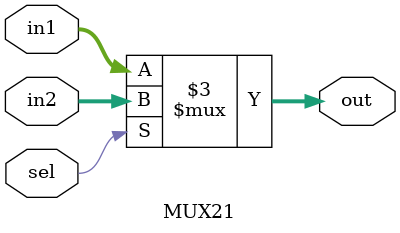
<source format=v>
module MUX21(out, in1, in2, sel);
	input[15:0] in1, in2;
	input sel;
	output reg[15:0] out;
	
	always @(*) begin
		if (sel)
			out = in2;
		else
			out = in1;
	end
endmodule

</source>
